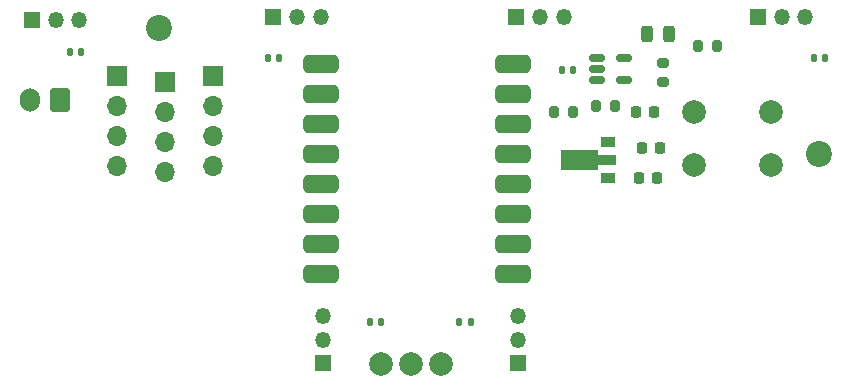
<source format=gbr>
%TF.GenerationSoftware,KiCad,Pcbnew,7.0.7*%
%TF.CreationDate,2024-08-10T15:19:48-05:00*%
%TF.ProjectId,LASK5,4c41534b-352e-46b6-9963-61645f706362,rev?*%
%TF.SameCoordinates,Original*%
%TF.FileFunction,Soldermask,Top*%
%TF.FilePolarity,Negative*%
%FSLAX46Y46*%
G04 Gerber Fmt 4.6, Leading zero omitted, Abs format (unit mm)*
G04 Created by KiCad (PCBNEW 7.0.7) date 2024-08-10 15:19:48*
%MOMM*%
%LPD*%
G01*
G04 APERTURE LIST*
G04 Aperture macros list*
%AMRoundRect*
0 Rectangle with rounded corners*
0 $1 Rounding radius*
0 $2 $3 $4 $5 $6 $7 $8 $9 X,Y pos of 4 corners*
0 Add a 4 corners polygon primitive as box body*
4,1,4,$2,$3,$4,$5,$6,$7,$8,$9,$2,$3,0*
0 Add four circle primitives for the rounded corners*
1,1,$1+$1,$2,$3*
1,1,$1+$1,$4,$5*
1,1,$1+$1,$6,$7*
1,1,$1+$1,$8,$9*
0 Add four rect primitives between the rounded corners*
20,1,$1+$1,$2,$3,$4,$5,0*
20,1,$1+$1,$4,$5,$6,$7,0*
20,1,$1+$1,$6,$7,$8,$9,0*
20,1,$1+$1,$8,$9,$2,$3,0*%
%AMFreePoly0*
4,1,9,3.862500,-0.866500,0.737500,-0.866500,0.737500,-0.450000,-0.737500,-0.450000,-0.737500,0.450000,0.737500,0.450000,0.737500,0.866500,3.862500,0.866500,3.862500,-0.866500,3.862500,-0.866500,$1*%
G04 Aperture macros list end*
%ADD10RoundRect,0.140000X-0.140000X-0.170000X0.140000X-0.170000X0.140000X0.170000X-0.140000X0.170000X0*%
%ADD11R,1.300000X0.900000*%
%ADD12FreePoly0,180.000000*%
%ADD13RoundRect,0.150000X-0.512500X-0.150000X0.512500X-0.150000X0.512500X0.150000X-0.512500X0.150000X0*%
%ADD14R,1.350000X1.350000*%
%ADD15O,1.350000X1.350000*%
%ADD16C,2.200000*%
%ADD17C,2.000000*%
%ADD18R,1.700000X1.700000*%
%ADD19O,1.700000X1.700000*%
%ADD20RoundRect,0.381000X-1.119000X-0.381000X1.119000X-0.381000X1.119000X0.381000X-1.119000X0.381000X0*%
%ADD21RoundRect,0.200000X-0.200000X-0.275000X0.200000X-0.275000X0.200000X0.275000X-0.200000X0.275000X0*%
%ADD22RoundRect,0.225000X-0.225000X-0.250000X0.225000X-0.250000X0.225000X0.250000X-0.225000X0.250000X0*%
%ADD23RoundRect,0.243750X-0.243750X-0.456250X0.243750X-0.456250X0.243750X0.456250X-0.243750X0.456250X0*%
%ADD24RoundRect,0.200000X0.275000X-0.200000X0.275000X0.200000X-0.275000X0.200000X-0.275000X-0.200000X0*%
%ADD25RoundRect,0.250000X0.600000X0.750000X-0.600000X0.750000X-0.600000X-0.750000X0.600000X-0.750000X0*%
%ADD26O,1.700000X2.000000*%
G04 APERTURE END LIST*
D10*
%TO.C,C2*%
X122484000Y-71120000D03*
X123444000Y-71120000D03*
%TD*%
D11*
%TO.C,U1*%
X168066000Y-81764000D03*
D12*
X167978500Y-80264000D03*
D11*
X168066000Y-78764000D03*
%TD*%
D10*
%TO.C,C6*%
X155476000Y-93980000D03*
X156436000Y-93980000D03*
%TD*%
D13*
%TO.C,U2*%
X167132000Y-71628000D03*
X167132000Y-72578000D03*
X167132000Y-73528000D03*
X169407000Y-73528000D03*
X169407000Y-71628000D03*
%TD*%
D14*
%TO.C,H2*%
X139732000Y-68167600D03*
D15*
X141732000Y-68167600D03*
X143732000Y-68167600D03*
%TD*%
D14*
%TO.C,H6*%
X160419000Y-97463600D03*
D15*
X160419000Y-95463600D03*
X160419000Y-93463600D03*
%TD*%
D16*
%TO.C,H8*%
X130048000Y-69088000D03*
%TD*%
D17*
%TO.C,SW2*%
X175364000Y-76200000D03*
X181864000Y-76200000D03*
X175364000Y-80700000D03*
X181864000Y-80700000D03*
%TD*%
D18*
%TO.C,J3*%
X126492000Y-73152000D03*
D19*
X126492000Y-75692000D03*
X126492000Y-78232000D03*
X126492000Y-80772000D03*
%TD*%
D10*
%TO.C,C5*%
X147884000Y-93980000D03*
X148844000Y-93980000D03*
%TD*%
%TO.C,C4*%
X139248000Y-71628000D03*
X140208000Y-71628000D03*
%TD*%
D20*
%TO.C,U3*%
X160012000Y-89916000D03*
X160012000Y-87376000D03*
X160012000Y-84836000D03*
X160012000Y-82296000D03*
X160012000Y-79756000D03*
X143772000Y-72136000D03*
X143772000Y-74676000D03*
X143772000Y-77216000D03*
X143772000Y-79756000D03*
X143772000Y-82296000D03*
X143772000Y-84836000D03*
X143772000Y-87376000D03*
X143772000Y-89916000D03*
X160012000Y-72136000D03*
X160012000Y-74676000D03*
X160012000Y-77216000D03*
%TD*%
D21*
%TO.C,R4*%
X163450000Y-76200000D03*
X165100000Y-76200000D03*
%TD*%
D10*
%TO.C,C3*%
X185476000Y-71628000D03*
X186436000Y-71628000D03*
%TD*%
D22*
%TO.C,C8*%
X170929000Y-79248000D03*
X172479000Y-79248000D03*
%TD*%
%TO.C,C9*%
X170421000Y-76200000D03*
X171971000Y-76200000D03*
%TD*%
D17*
%TO.C,SW1*%
X153924000Y-97536000D03*
X151384000Y-97536000D03*
X148844000Y-97536000D03*
%TD*%
D14*
%TO.C,H4*%
X180753000Y-68167600D03*
D15*
X182753000Y-68167600D03*
X184753000Y-68167600D03*
%TD*%
D21*
%TO.C,R1*%
X175642000Y-70612000D03*
X177292000Y-70612000D03*
%TD*%
D16*
%TO.C,H7*%
X185928000Y-79756000D03*
%TD*%
D23*
%TO.C,D1*%
X171353000Y-69596000D03*
X173228000Y-69596000D03*
%TD*%
D24*
%TO.C,R2*%
X172720000Y-73660000D03*
X172720000Y-72010000D03*
%TD*%
D18*
%TO.C,J4*%
X130556000Y-73660000D03*
D19*
X130556000Y-76200000D03*
X130556000Y-78740000D03*
X130556000Y-81280000D03*
%TD*%
D21*
%TO.C,R3*%
X167006000Y-75692000D03*
X168656000Y-75692000D03*
%TD*%
D25*
%TO.C,J5*%
X121646000Y-75191500D03*
D26*
X119146000Y-75191500D03*
%TD*%
D10*
%TO.C,C1*%
X164140000Y-72644000D03*
X165100000Y-72644000D03*
%TD*%
D14*
%TO.C,H5*%
X143919000Y-97463600D03*
D15*
X143919000Y-95463600D03*
X143919000Y-93463600D03*
%TD*%
D14*
%TO.C,H1*%
X119285000Y-68398600D03*
D15*
X121285000Y-68398600D03*
X123285000Y-68398600D03*
%TD*%
D14*
%TO.C,H3*%
X160306000Y-68167600D03*
D15*
X162306000Y-68167600D03*
X164306000Y-68167600D03*
%TD*%
D22*
%TO.C,C7*%
X170662000Y-81788000D03*
X172212000Y-81788000D03*
%TD*%
D18*
%TO.C,J1*%
X134620000Y-73152000D03*
D19*
X134620000Y-75692000D03*
X134620000Y-78232000D03*
X134620000Y-80772000D03*
%TD*%
M02*

</source>
